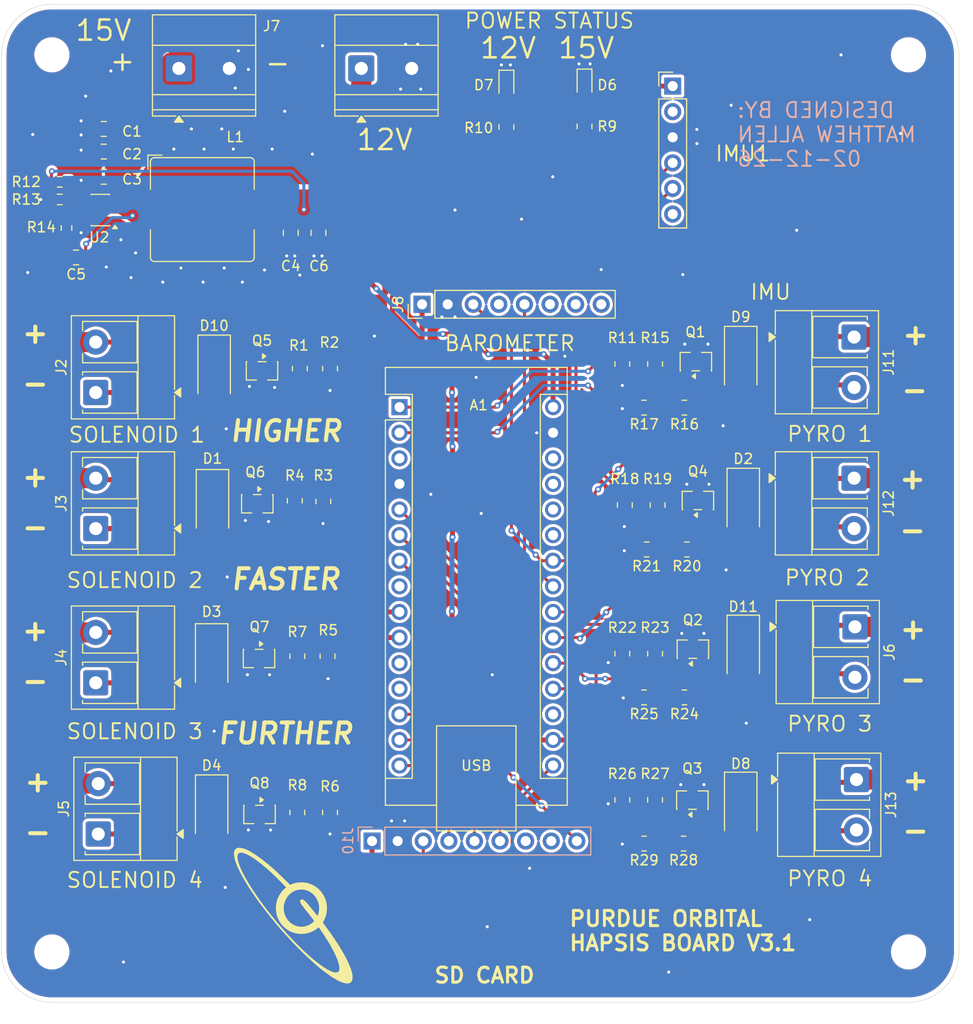
<source format=kicad_pcb>
(kicad_pcb (version 20241229) (generator "pcbnew") (generator_version "9.0")
  (layers (0 "F.Cu" signal) (2 "B.Cu" signal) (13 "F.Paste" user) (15 "B.Paste" user) (5 "F.SilkS" user "F.Silkscreen") (7 "B.SilkS" user "B.Silkscreen") (1 "F.Mask" user) (3 "B.Mask" user) (25 "Edge.Cuts" user))
  (net 0 "")
  (net 1 "GND")
  (net 2 "PYRO_3_CONTINUITY")
  (net 3 "PYRO_3")
  (net 4 "+12V")
  (net 5 "SOL_1")
  (net 6 "PYRO_1")
  (net 7 "RESET")
  (net 8 "+3.3V")
  (net 9 "CAN_TX")
  (net 11 "PYRO_2")
  (net 12 "A6")
  (net 13 "CAN_RX")
  (net 14 "PYRO_1_CONTINUITY")
  (net 15 "PYRO_2_CONTINUITY")
  (net 16 "A7")
  (net 18 "I2C_SCL")
  (net 19 "PYRO_4_CONTINUITY")
  (net 20 "I2C_SDA")
  (net 22 "SOL_2")
  (net 23 "+15V")
  (net 24 "Net-(D1-A)")
  (net 26 "Net-(D3-A)")
  (net 27 "Net-(D4-A)")
  (net 30 "Net-(Q1-G)")
  (net 31 "Net-(Q2-G)")
  (net 32 "Net-(Q3-G)")
  (net 33 "Net-(Q4-G)")
  (net 34 "Net-(D6-A)")
  (net 35 "Net-(D7-A)")
  (net 36 "Net-(U2-SW)")
  (net 37 "Net-(C5-Pad2)")
  (net 38 "Net-(U2-FB)")
  (net 39 "Net-(U2-BOOT)")
  (net 44 "SPI_CLK")
  (net 45 "SPI_SO")
  (net 48 "SPI_SI")
  (net 49 "SD_DET")
  (net 50 "SPI_CS")
  (net 51 "PYRO_4")
  (net 52 "D5")
  (net 53 "Net-(D2-A)")
  (net 54 "Net-(D8-A)")
  (net 55 "Net-(D9-A)")
  (net 56 "Net-(D10-A)")
  (net 57 "Net-(Q5-G)")
  (net 58 "Net-(Q6-G)")
  (net 59 "Net-(Q7-G)")
  (net 60 "Net-(Q8-G)")
  (net 61 "Net-(D11-A)")
  (footprint "Resistor_SMD:R_0603_1608Metric" (layer "F.Cu") (at 100 68.74 180)
    (property "Reference" "R13")
    (property "Value" "10k")
  )
  (footprint "MountingHole:MountingHole_3mm" (layer "F.Cu") (at 99.225 143.39)
    (property "Reference" "H3" (hide yes))
    (property "Value" "MountingHole")
  )
  (footprint "Resistor_SMD:R_0805_2012Metric" (layer "F.Cu") (at 123.825 85.5175 -90)
    (property "Reference" "R1")
    (property "Value" "150")
  )
  (footprint "Capacitor_SMD:C_0805_2012Metric" (layer "F.Cu") (at 125.675 72.04 -90)
    (property "Reference" "C6")
    (property "Value" "22uF")
  )
  (footprint "Resistor_SMD:R_0805_2012Metric" (layer "F.Cu") (at 158.2375 103.465 180)
    (property "Reference" "R21")
    (property "Value" "10k")
  )
  (footprint "Diode_SMD:D_MELF" (layer "F.Cu") (at 167.825 113.39 -90)
    (property "Reference" "D11")
    (property "Value" "SM4007")
  )
  (footprint "TerminalBlock_RND:TerminalBlock_RND_205-00276_1x02_P5.00mm_Vertical" (layer "F.Cu") (at 178.825 82.39 -90)
    (property "Reference" "J11")
    (property "Value" "Screw_Terminal_01x02")
  )
  (footprint "Resistor_SMD:R_0805_2012Metric" (layer "F.Cu") (at 123.575 114.0525 -90)
    (property "Reference" "R7")
    (property "Value" "150")
  )
  (footprint "Resistor_SMD:R_0805_2012Metric" (layer "F.Cu") (at 155.825 85.0525 -90)
    (property "Reference" "R11")
    (property "Value" "10k")
  )
  (footprint "TerminalBlock_RND:TerminalBlock_RND_205-00276_1x02_P5.00mm_Vertical" (layer "F.Cu") (at 103.575 116.69 90)
    (property "Reference" "J4")
    (property "Value" "Screw_Terminal_01x02")
  )
  (footprint "Resistor_SMD:R_0805_2012Metric" (layer "F.Cu") (at 159.075 113.8025 -90)
    (property "Reference" "R23")
    (property "Value" "150")
  )
  (footprint "Connector_PinHeader_2.54mm:PinHeader_1x08_P2.54mm_Vertical" (layer "F.Cu") (at 135.955 79.14 90)
    (property "Reference" "J8")
    (property "Value" "BARO")
  )
  (footprint "Package_TO_SOT_SMD:SOT-23-3" (layer "F.Cu") (at 162.825 113.3525 90)
    (property "Reference" "Q2")
    (property "Value" "NTR4501NT1G")
  )
  (footprint "Resistor_SMD:R_0805_2012Metric" (layer "F.Cu") (at 161.9875 89.39 180)
    (property "Reference" "R16")
    (property "Value" "47k")
  )
  (footprint "TerminalBlock_RND:TerminalBlock_RND_205-00276_1x02_P5.00mm_Vertical" (layer "F.Cu") (at 178.825 96.39 -90)
    (property "Reference" "J12")
    (property "Value" "Screw_Terminal_01x02")
  )
  (footprint "TerminalBlock_RND:TerminalBlock_RND_205-00276_1x02_P5.00mm_Vertical" (layer "F.Cu") (at 178.9075 111.14 -90)
    (property "Reference" "J6")
    (property "Value" "Screw_Terminal_01x02")
  )
  (footprint "MountingHole:MountingHole_3mm" (layer "F.Cu") (at 184.225 54.39)
    (property "Reference" "H2" (hide yes))
    (property "Value" "MountingHole")
  )
  (footprint "Package_TO_SOT_SMD:SOT-23-3" (layer "F.Cu") (at 163.325 98.6025 90)
    (property "Reference" "Q4")
    (property "Value" "NTR4501NT1G")
  )
  (footprint "Resistor_SMD:R_0805_2012Metric" (layer "F.Cu") (at 126.575 114.0525 -90)
    (property "Reference" "R5")
    (property "Value" "10k")
  )
  (footprint "Package_TO_SOT_SMD:SOT-23-6" (layer "F.Cu") (at 104.0375 69.79 180)
    (property "Reference" "U2")
    (property "Value" "TPS56339DDC")
  )
  (footprint "Diode_SMD:D_MELF" (layer "F.Cu") (at 115.075 114.24 -90)
    (property "Reference" "D3")
    (property "Value" "SM4007")
  )
  (footprint "TerminalBlock_Phoenix:TerminalBlock_Phoenix_MKDS-1,5-2_1x02_P5.00mm_Horizontal" (layer "F.Cu") (at 129.925 55.74)
    (property "Reference" "J1" (hide yes))
    (property "Value" "Screw_Terminal_01x02")
  )
  (footprint "Resistor_SMD:R_0603_1608Metric" (layer "F.Cu") (at 100.675 71.565 -90)
    (property "Reference" "R14")
    (property "Value" "30")
  )
  (footprint "LED_SMD:LED_0603_1608Metric" (layer "F.Cu") (at 152.075 57.29 -90)
    (property "Reference" "D6")
    (property "Value" "LED")
  )
  (footprint "Diode_SMD:D_MELF" (layer "F.Cu") (at 167.575 84.74 -90)
    (property "Reference" "D9")
    (property "Value" "SM4007")
  )
  (footprint "Resistor_SMD:R_0805_2012Metric" (layer "F.Cu") (at 155.825 128.3025 -90)
    (property "Reference" "R26")
    (property "Value" "10k")
  )
  (footprint "Resistor_SMD:R_0805_2012Metric" (layer "F.Cu") (at 156.075 99.0525 -90)
    (property "Reference" "R18")
    (property "Value" "10k")
  )
  (footprint "Resistor_SMD:R_0805_2012Metric" (layer "F.Cu") (at 159.075 85.0525 -90)
    (property "Reference" "R15")
    (property "Value" "150")
  )
  (footprint "Resistor_SMD:R_0805_2012Metric" (layer "F.Cu") (at 159.075 128.3025 -90)
    (property "Reference" "R27")
    (property "Value" "150")
  )
  (footprint "Package_TO_SOT_SMD:SOT-23-3" (layer "F.Cu") (at 163.125 84.8275 90)
    (property "Reference" "Q1")
    (property "Value" "NTR4501NT1G")
  )
  (footprint "Inductor_SMD:L_Bourns_SRP1038C_10.0x10.0mm" (layer "F.Cu") (at 114.15 69.74)
    (property "Reference" "L1")
    (property "Value" "10uH")
  )
  (footprint "Package_TO_SOT_SMD:SOT-23-3" (layer "F.Cu") (at 120.075 85.7425 -90)
    (property "Reference" "Q5")
    (property "Value" "NTR4501NT1G")
  )
  (footprint "Resistor_SMD:R_0805_2012Metric" (layer "F.Cu") (at 161.9875 118.14 180)
    (property "Reference" "R24")
    (property "Value" "47k")
  )
  (footprint "Resistor_SMD:R_0805_2012Metric" (layer "F.Cu") (at 144.325 61.5525 90)
    (property "Reference" "R10")
    (property "Value" "1k")
  )
  (footprint "Resistor_SMD:R_0805_2012Metric" (layer "F.Cu") (at 126.1575 98.7025 -90)
    (property "Reference" "R3")
    (property "Value" "10k")
  )
  (footprint "Resistor_SMD:R_0805_2012Metric" (layer "F.Cu") (at 152.075 61.49 90)
    (property "Reference" "R9")
    (property "Value" "1k")
  )
  (footprint "TerminalBlock_RND:TerminalBlock_RND_205-00276_1x02_P5.00mm_Vertical" (layer "F.Cu") (at 103.575 101.39 90)
    (property "Reference" "J3")
    (property "Value" "Screw_Terminal_01x02")
  )
  (footprint "Resistor_SMD:R_0805_2012Metric" (layer "F.Cu") (at 123.325 98.6275 -90)
    (property "Reference" "R4")
    (property "Value" "150")
  )
  (footprint "Resistor_SMD:R_0805_2012Metric" (layer "F.Cu") (at 155.825 113.8025 -90)
    (property "Reference" "R22")
    (property "Value" "10k")
  )
  (footprint "Diode_SMD:D_MELF" (layer "F.Cu") (at 115.325 85.605 -90)
    (property "Reference" "D10")
    (property "Value" "SM4007")
  )
  (footprint "Resistor_SMD:R_0805_2012Metric" (layer "F.Cu") (at 157.9875 118.14 180)
    (property "Reference" "R25")
    (property "Value" "10k")
  )
  (footprint "Capacitor_SMD:C_0805_2012Metric" (layer "F.Cu") (at 122.925 72.04 -90)
    (property "Reference" "C4")
    (property "Value" "22uF")
  )
  (footprint "TerminalBlock_RND:TerminalBlock_RND_205-00276_1x02_P5.00mm_Vertical" (layer "F.Cu") (at 179.0575 126.29 -90)
    (property "Reference" "J13")
    (property "Value" "Screw_Terminal_01x02")
  )
  (footprint "TerminalBlock_Phoenix:TerminalBlock_Phoenix_MKDS-1,5-2_1x02_P5.00mm_Horizontal" (layer "F.Cu") (at 111.825 55.74)
    (property "Reference" "J7")
    (property "Value" "Screw_Terminal_01x02")
  )
  (footprint "TerminalBlock_RND:TerminalBlock_RND_205-00276_1x02_P5.00mm_Vertical" (layer "F.Cu") (at 103.575 87.89 90)
    (property "Reference" "J2")
    (property "Value" "Screw_Terminal_01x02")
  )
  (footprint "MountingHole:MountingHole_3mm" (layer "F.Cu") (at 184.225 143.39)
    (property "Reference" "H4" (hide yes))
    (property "Value" "MountingHole")
  )
  (footprint "Resistor_SMD:R_0805_2012Metric" (layer "F.Cu") (at 159.325 99.0525 -90)
    (property "Reference" "R19")
    (property "Value" "150")
  )
  (footprint "LOGO" (layer "F.Cu") (at 123.325 139.79)
    (property "Reference" "G***" (hide yes))
    (property "Value" "LOGO" (hide yes))
  )
  (footprint "Resistor_SMD:R_0805_2012Metric" (layer "F.Cu") (at 126.825 129.5525 -90)
    (property "Reference" "R6")
    (property "Value" "10k")
  )
  (footprint "Connector_PinHeader_2.54mm:PinHeader_1x06_P2.54mm_Vertical" (layer "F.Cu") (at 160.825 57.49)
    (property "Reference" "IMU1")
    (property "Value" "Conn_01x06_Socket")
  )
  (footprint "Capacitor_SMD:C_0805_2012Metric" (layer "F.Cu") (at 104.375 66.49 180)
    (property "Reference" "C3")
    (property "Value" "100nF")
  )
  (footprint "Resistor_SMD:R_0805_2012Metric" (layer "F.Cu") (at 162.2375 103.465 180)
    (property "Reference" "R20")
    (property "Value" "47k")
  )
  (footprint "TerminalBlock_RND:TerminalBlock_RND_205-00276_1x02_P5.00mm_Vertical" (layer "F.Cu") (at 103.825 131.69 90)
    (property "Reference" "J5")
    (property "Value" "Screw_Terminal_01x02")
  )
  (footprint "Package_TO_SOT_SMD:SOT-23-3" (layer "F.Cu") (at 119.825 129.7525 -90)
    (property "Reference" "Q8")
    (property "Value" "NTR4501NT1G")
  )
  (footprint "MountingHole:MountingHole_3mm" (layer "F.Cu") (at 99.225 54.39)
    (property "Reference" "H1" (hide yes))
    (property "Value" "MountingHole")
  )
  (footprint "Capacitor_SMD:C_0805_2012Metric" (layer "F.Cu") (at 104.375 61.74 180)
    (property "Reference" "C1")
    (property "Value" "10uF")
  )
  (footprint "Diode_SMD:D_MELF" (layer "F.Cu") (at 115.075 129.24 -90)
    (property "Reference" "D4")
    (property "Value" "SM4007")
  )
  (footprint "Capacitor_SMD:C_0805_2012Metric" (layer "F.Cu") (at 104.375 63.99 180)
    (property "Reference" "C2")
    (property "Value" "10uF")
  )
  (footprint "Diode_SMD:D_MELF" (layer "F.Cu") (at 115.1575 98.94 -90)
    (property "Reference" "D1")
    (property "Value" "SM4007")
  )
  (footprint "Package_TO_SOT_SMD:SOT-23-3" (layer "F.Cu") (at 162.775 128.3275 90)
    (property "Reference" "Q3")
    (property "Value" "NTR4501NT1G")
  )
  (footprint "Diode_SMD:D_MELF" (layer "F.Cu") (at 167.575 128.965 -90)
    (property "Reference" "D8")
    (property "Value" "SM4007")
  )
  (footprint "Resistor_SMD:R_0603_1608Metric" (layer "F.Cu") (at 100 66.99)
    (property "Reference" "R12")
    (property "Value" "140k")
  )
  (footprint "Resistor_SMD:R_0805_2012Metric" (layer "F.Cu") (at 157.9875 89.39 180)
    (property "Reference" "R17")
    (property "Value" "10k")
  )
  (footprint "Diode_SMD:D_MELF" (layer "F.Cu") (at 167.825 98.815 -90)
    (property "Reference" "D2")
    (property "Value" "SM4007")
  )
  (footprint "Resistor_SMD:R_0805_2012Metric" (layer "F.Cu") (at 126.825 85.5175 -90)
    (property "Reference" "R2")
    (property "Value" "10k")
  )
  (footprint "Package_TO_SOT_SMD:SOT-23-3" (layer "F.Cu") (at 119.6075 98.9275 -90)
    (property "Reference" "Q6")
    (property "Value" "NTR4501NT1G")
  )
  (footprint "Resistor_SMD:R_0805_2012Metric" (layer "F.Cu") (at 123.575 129.5525 -90)
    (property "Reference" "R8")
    (property "Value" "150")
  )
  (footprint "Module:Arduino_Nano" (layer "F.Cu") (at 133.715 89.34)
    (property "Reference" "A1")
    (property "Value" "Arduino_Nano_ESP32")
  )
  (footprint "Package_TO_SOT_SMD:SOT-23-3" (layer "F.Cu") (at 119.775 114.2775 -90)
    (property "Reference" "Q7")
    (property "Value" "NTR4501NT1G")
  )
  (footprint "Resistor_SMD:R_0805_2012Metric" (layer "F.Cu") (at 161.9 132.64 180)
    (property "Reference" "R28")
    (property "Value" "47k")
  )
  (footprint "Resistor_SMD:R_0805_2012Metric" (layer "F.Cu") (at 157.9875 132.64 180)
    (property "Reference" "R29")
    (property "Value" "10k")
  )
  (footprint "LED_SMD:LED_0603_1608Metric" (layer "F.Cu") (at 144.325 57.4025 -90)
    (property "Reference" "D7")
    (property "Value" "LED")
  )
  (footprint "Capacitor_SMD:C_0805_2012Metric" (layer "F.Cu") (at 101.625 74.49 180)
    (property "Reference" "C5")
    (property "Value" "100nF")
  )
  (footprint "Connector_PinHeader_2.54mm:PinHeader_1x09_P2.54mm_Vertical" (layer "B.Cu") (at 130.995 132.39 -90)
    (property "Reference" "J10")
    (property "Value" "SD CARD")
  )
  (gr_arc (start 184.225 49.39) (mid 187.760534 50.854466) (end 189.225 54.39) (stroke (width 0.05)) (layer "Edge.Cuts"))
  (gr_line (start 184.225 148.39) (end 99.225 148.39) (stroke (width 0.05)) (layer "Edge.Cuts"))
  (gr_line (start 94.225 143.39) (end 94.225 54.39) (stroke (width 0.05)) (layer "Edge.Cuts"))
  (gr_line (start 189.225 54.39) (end 189.225 143.39) (stroke (width 0.05)) (layer "Edge.Cuts"))
  (gr_arc (start 94.225 54.39) (mid 95.689466 50.854466) (end 99.225 49.39) (stroke (width 0.05)) (layer "Edge.Cuts"))
  (gr_line (start 99.225 49.39) (end 184.225 49.39) (stroke (width 0.05)) (layer "Edge.Cuts"))
  (gr_arc (start 99.225 148.39) (mid 95.689466 146.925534) (end 94.225 143.39) (stroke (width 0.05)) (layer "Edge.Cuts"))
  (gr_arc (start 189.225 143.39) (mid 187.760534 146.925534) (end 184.225 148.39) (stroke (width 0.05)) (layer "Edge.Cuts"))
  (gr_text "-" (at 183.425 132.49 0) (layer "F.SilkS") (effects (font (size 2 2) (thickness 0.4) (bold yes)) (justify left bottom)))
  (gr_text "SOLENOID 4" (at 100.575 137.14 0) (layer "F.SilkS") (effects (font (size 1.5 1.5) (thickness 0.1875)) (justify left bottom)))
  (gr_text "+" (at 183.425 83.29 0) (layer "F.SilkS") (effects (font (size 2 2) (thickness 0.4) (bold yes)) (justify left bottom)))
  (gr_text "FASTER" (at 116.825 107.59 0) (layer "F.SilkS") (effects (font (size 2 2) (thickness 0.4) (bold yes) (italic yes)) (justify left bottom)))
  (gr_text "12V\n" (at 129.325 63.99 0) (layer "F.SilkS") (effects (font (size 2 2) (thickness 0.25)) (justify left bottom)))
  (gr_text "+" (at 96.325 127.64 0) (layer "F.SilkS") (effects (font (size 2 2) (thickness 0.4) (bold yes)) (justify left bottom)))
  (gr_text "FURTHER" (at 115.525 122.89 0) (layer "F.SilkS") (effects (font (size 2 2) (thickness 0.4) (bold yes) (italic yes)) (justify left bottom)))
  (gr_text "+" (at 183.125 97.59 0) (layer "F.SilkS") (effects (font (size 2 2) (thickness 0.4) (bold yes)) (justify left bottom)))
  (gr_text "SOLENOID 2\n" (at 100.575 107.39 0) (layer "F.SilkS") (effects (font (size 1.5 1.5) (thickness 0.1875)) (justify left bottom)))
  (gr_text "+" (at 96.075 97.39 0) (layer "F.SilkS") (effects (font (size 2 2) (thickness 0.4) (bold yes)) (justify left bottom)))
  (gr_text "POWER STATUS\n" (at 140.075 51.89 0) (layer "F.SilkS") (effects (font (size 1.5 1.5) (thickness 0.1875)) (justify left bottom)))
  (gr_text "SD CARD" (at 137.025 146.59 0) (layer "F.SilkS") (effects (font (size 1.5 1.5) (thickness 0.3) (bold yes)) (justify left bottom)))
  (gr_text "15V\n" (at 149.325 54.89 0) (layer "F.SilkS") (effects (font (size 2 2) (thickness 0.25)) (justify left bottom)))
  (gr_text "PURDUE ORBITAL\nHAPSIS BOARD V3.1" (at 150.425 143.39 0) (layer "F.SilkS") (effects (font (size 1.5 1.5) (thickness 0.3) (bold yes)) (justify left bottom)))
  (gr_text "PYRO 4" (at 172.075 136.99 0) (layer "F.SilkS") (effects (font (size 1.5 1.5) (thickness 0.1875)) (justify left bottom)))
  (gr_text "PYRO 2" (at 171.825 107.14 0) (layer "F.SilkS") (effects (font (size 1.5 1.5) (thickness 0.1875)) (justify left bottom)))
  (gr_text "-" (at 96.075 117.64 0) (layer "F.SilkS") (effects (font (size 2 2) (thickness 0.4) (bold yes)) (justify left bottom)))
  (gr_text "-" (at 120.225 56.34 0) (layer "F.SilkS") (effects (font (size 2 2) (thickness 0.25)) (justify left bottom)))
  (gr_text "-" (at 96.075 102.39 0) (layer "F.SilkS") (effects (font (size 2 2) (thickness 0.4) (bold yes)) (justify left bottom)))
  (gr_text "-" (at 96.325 132.64 0) (layer "F.SilkS") (effects (font (size 2 2) (thickness 0.4) (bold yes)) (justify left bottom)))
  (gr_text "+\n" (at 104.825 56.14 0) (layer "F.SilkS") (effects (font (size 2 2) (thickness 0.25)) (justify left bottom)))
  (gr_text "-" (at 183.125 102.69 0) (layer "F.SilkS") (effects (font (size 2 2) (thickness 0.4) (bold yes)) (justify left bottom)))
  (gr_text "-" (at 183.325 88.79 0) (layer "F.SilkS") (effects (font (size 2 2) (thickness 0.4) (bold yes)) (justify left bottom)))
  (gr_text "BAROMETER" (at 138.075 83.89 0) (layer "F.SilkS") (effects (font (size 1.5 1.5) (thickness 0.1875)) (justify left bottom)))
  (gr_text "IMU\n" (at 168.42 78.795 0) (layer "F.SilkS") (effects (font (size 1.5 1.5) (thickness 0.1875)) (justify left bottom)))
  (gr_text "12V\n" (at 141.575 54.89 0) (layer "F.SilkS") (effects (font (size 2 2) (thickness 0.25)) (justify left bottom)))
  (gr_text "+" (at 183.175 112.49 0) (layer "F.SilkS") (effects (font (size 2 2) (thickness 0.4) (bold yes)) (justify left bottom)))
  (gr_text "SOLENOID 3\n" (at 100.575 122.39 0) (layer "F.SilkS") (effects (font (size 1.5 1.5) (thickness 0.1875)) (justify left bottom)))
  (gr_text "SOLENOID 1\n" (at 100.7798 92.9682 0) (layer "F.SilkS") (effects (font (size 1.5 1.5) (thickness 0.1875)) (justify left bottom)))
  (gr_text "HIGHER" (at 116.725 92.89 0) (layer "F.SilkS") (effects (font (size 2 2) (thickness 0.4) (bold yes) (italic yes)) (justify left bottom)))
  (gr_text "15V\n" (at 101.425 53.14 0) (layer "F.SilkS") (effects (font (size 2 2) (thickness 0.25)) (justify left bottom)))
  (gr_text "+" (at 96.075 112.64 0) (layer "F.SilkS") (effects (font (size 2 2) (thickness 0.4) (bold yes)) (justify left bottom)))
  (gr_text "+" (at 183.425 127.49 0) (layer "F.SilkS") (effects (font (size 2 2) (thickness 0.4) (bold yes)) (justify left bottom)))
  (gr_text "-" (at 183.175 117.49 0) (layer "F.SilkS") (effects (font (size 2 2) (thickness 0.4) (bold yes)) (justify left bottom)))
  (gr_text "-" (at 96.075 88.14 0) (layer "F.SilkS") (effects (font (size 2 2) (thickness 0.4) (bold yes)) (justify left bottom)))
  (gr_text "PYRO 1\n" (at 172.075 92.89 0) (layer "F.SilkS") (effects (font (size 1.5 1.5) (thickness 0.1875)) (justify left bottom)))
  (gr_text "+" (at 96.075 83.14 0) (layer "F.SilkS") (effects (font (size 2 2) (thickness 0.4) (bold yes)) (justify left bottom)))
  (gr_text "PYRO 3" (at 172.075 121.64 0) (layer "F.SilkS") (effects (font (size 1.5 1.5) (thickness 0.1875)) (justify left bottom)))
  (gr_text "DESIGNED BY:\nMATTHEW ALLEN\n02-12-26" (at 167.125 65.59 0) (layer "B.SilkS") (effects (font (size 1.5 1.5) (thickness 0.1875)) (justify right bottom mirror)))
  (segment (start 99.175 68.74) (end 98.125 68.74) (width 0.3) (layer "F.Cu") (net 1))
  (via (at 148.925 66.49) (size 0.6) (drill 0.3) (layers "F.Cu" "B.Cu") (net 1))
  (via (at 117.225 63.74) (size 0.6) (drill 0.3) (layers "F.Cu" "B.Cu") (net 1))
  (via (at 164.325 83.09) (size 0.6) (drill 0.3) (layers "F.Cu" "B.Cu") (net 1))
  (via (at 102.125 66.84) (size 0.6) (drill 0.3) (layers "F.Cu" "B.Cu") (net 1))
  (via (at 97.325 62.29) (size 0.6) (drill 0.3) (layers "F.Cu" "B.Cu") (net 1))
  (via (at 126.825 131.69) (size 0.6) (drill 0.3) (layers "F.Cu" "B.Cu") (net 1))
  (via (at 110.225 76.94) (size 0.6) (drill 0.3) (layers "F.Cu" "B.Cu") (net 1))
  (via (at 98.125 68.74) (size 0.6) (drill 0.3) (layers "F.Cu" "B.Cu") (net 1))
  (via (at 166.625 59.39) (size 0.6) (drill 0.3) (layers "F.Cu" "B.Cu") (net 1))
  (via (at 117.425 57.69) (size 0.6) (drill 0.3) (layers "F.Cu" "B.Cu") (net 1))
  (via (at 104.625 75.44) (size 0.6) (drill 0.3) (layers "F.Cu" "B.Cu") (net 1))
  (via (at 118.425 100.59) (size 0.6) (drill 0.3) (layers "F.Cu" "B.Cu") (net 1))
  (via (at 136.825 97.99) (size 0.6) (drill 0.3) (layers "F.Cu" "B.Cu") (net 1))
  (via (at 163.925 126.79) (size 0.6) (drill 0.3) (layers "F.Cu" "B.Cu") (net 1))
  (via (at 102.125 63.84) (size 0.6) (drill 0.3) (layers "F.Cu" "B.Cu") (net 1))
  (via (at 118.125 76.94) (size 0.6) (drill 0.3) (layers "F.Cu" "B.Cu") (net 1))
  (via (at 143.825 55.39) (size 0.6) (drill 0.3) (layers "F.Cu" "B.Cu") (net 1))
  (via (at 160.425 145.39) (size 0.6) (drill 0.3) (layers "F.Cu" "B.Cu") (net 1))
  (via (at 125.225 74.34) (size 0.6) (drill 0.3) (layers "F.Cu" "B.Cu") (net 1))
  (via (at 177.525 54.39) (size 0.6) (drill 0.3) (layers "F.Cu" "B.Cu") (net 1))
  (via (at 106.075 72.74) (size 0.6) (drill 0.3) (layers "F.Cu" "B.Cu") (net 1))
  (via (at 126.625 116.29) (size 0.6) (drill 0.3) (layers "F.Cu" "B.Cu") (net 1))
  (via (at 163.225 61.79) (size 0.6) (drill 0.3) (layers "F.Cu" "B.Cu") (net 1))
  (via (at 139.225 69.79) (size 0.6) (drill 0.3) (layers "F.Cu" "B.Cu") (net 1))
  (via (at 164.425 96.99) (size 0.6) (drill 0.3) (layers "F.Cu" "B.Cu") (net 1))
  (via (at 120.725 100.69) (size 0.6) (drill 0.3) (layers "F.Cu" "B.Cu") (net 1))
  (via (at 116.525 91.49) (size 0.6) (drill 0.3) (layers "F.Cu" "B.Cu") (net 1))
  (via (at 155.925 118.19) (size 0.6) (drill 0.3) (layers "F.Cu" "B.Cu") (net 1))
  (via (at 154.425 128.69) (size 0.6) (drill 0.3) (layers "F.Cu" "B.Cu") (net 1))
  (via (at 107.525 74.04) (size 0.6) (drill 0.3) (layers "F.Cu" "B.Cu") (net 1))
  (via (at 118.825 87.29) (size 0.6) (drill 0.3) (layers "F.Cu" "B.Cu") (net 1))
  (via (at 123.325 74.34) (size 0.6) (drill 0.3) (layers "F.Cu" "B.Cu") (net 1))
  (via (at 155.825 132.69) (size 0.6) (drill 0.3) (layers "F.Cu" "B.Cu") (net 1))
  (via (at 116.625 106.19) (size 0.6) (drill 0.3) (layers "F.Cu" "B.Cu") (net 1))
  (via (at 120.325 75.74) (size 0.6) (drill 0.3) (layers "F.Cu" "B.Cu") (net 1))
  (via (at 111.325 63.74) (size 0.6) (drill 0.3) (layers "F.Cu" "B.Cu") (net 1))
  (via (at 115.325 121.49) (size 0.6) (drill 0.3) (layers "F.Cu" "B.Cu") (net 1))
  (via (at 126.825 87.69) (size 0.6) (drill 0.3) (layers "F.Cu" "B.Cu") (net 1))
  (via (at 102.125 62.34) (size 0.6) (drill 0.3) (layers "F.Cu" "B.Cu") (net 1))
  (via (at 117.725 53.99) (size 0.6) (drill 0.3) (layers "F.Cu" "B.Cu") (net 1))
  (via (at 118.725 131.29) (size 0.6) (drill 0.3) (layers "F.Cu" "B.Cu") (net 1))
  (via (at 126.075 53.49) (size 0.6) (drill 0.3) (layers "F.Cu" "B.Cu") (net 1))
  (via (at 114.325 63.74) (size 0.6) (drill 0.3) (layers "F.Cu" "B.Cu") (net 1))
  (via (at 156.025 103.59) (size 0.6) (drill 0.3) (layers "F.Cu" "B.Cu") (net 1))
  (via (at 161.725 111.79) (size 0.6) (drill 0.3) (layers "F.Cu" "B.Cu") (net 1))
  (via (at 120.825 115.89) (size 0.6) (drill 0.3) (layers "F.Cu" "B.Cu") (net 1))
  (via (at 145.825 70.69) (size 0.6) (drill 0.3) (layers "F.Cu" "B.Cu") (net 1))
  (via (at 141.825 99.89) (size 0.6) (drill 0.3) (layers "F.Cu" "B.Cu") (net 1))
  (via (at 151.525 55.29) (size 0.6) (drill 0.3) (layers "F.Cu" "B.Cu") (net 1))
  (via (at 135.525 53.34) (size 0.6) (drill 0.3) (layers "F.Cu" "B.Cu") (net 1))
  (via (at 116.425 136.99) (size 0.6) (drill 0.3) (layers "F.Cu" "B.Cu") (net 1))
  (via (at 114.225 76.94) (size 0.6) (drill 0.3) (layers "F.Cu" "B.Cu") (net 1))
  (via (at 168.125 120.69) (size 0.6) (drill 0.3) (layers "F.Cu" "B.Cu") (net 1))
  (via (at 118.725 55.84) (size 0.6) (drill 0.3) (layers "F.Cu" "B.Cu") (net 1))
  (via (at 144.725 55.39) (size 0.6) (drill 0.3) (layers "F.Cu" "B.Cu") (net 1))
  (via (at 122.325 59.99) (size 0.6) (drill 0.3) (layers "F.Cu" "B.Cu") (net 1))
  (via (at 133.825 57.79) (size 0.6) (drill 0.3) (layers "F.Cu" "B.Cu") (net 1))
  (via (at 105.075 55.99) (size 0.6) (drill 0.3) (layers "F.Cu" "B.Cu") (net 1))
  (via (at 102.125 60.94) (size 0.6) (drill 0.3) (layers "F.Cu" "B.Cu") (net 1))
  (via (at 154.425 114.69) (size 0.6) (drill 0.3) (layers "F.Cu" "B.Cu") (net 1))
  (via (at 118.625 115.89) (size 0.6) (drill 0.3) (layers "F.Cu" "B.Cu") (net 1))
  (via (at 132.925 130.39) (size 0.6) (drill 0.3) (layers "F.Cu" "B.Cu") (net 1))
  (via (at 112.025 75.54) (size 0.6) (drill 0.3) (layers "F.Cu" "B.Cu") (net 1))
  (via (at 113.075 61.74) (size 0.6) (drill 0.3) (layers "F.Cu" "B.Cu") (net 1))
  (via (at 121.075 63.74) (size 0.6) (drill 0.3) (layers "F.Cu" "B.Cu") (net 1))
  (via (at 183.425 62.19) (size 0.6) (drill 0.3) (layers "F.Cu" "B.Cu") (net 1))
  (via (at 123.825 76.24) (size 0.6) (drill 0.3) (layers "F.Cu" "B.Cu") (net 1))
  (via (at 147.325 91.89) (size 0.6) (drill 0.3) (layers "F.Cu" "B.Cu") (net 1))
  (via (at 155.825 89.49) (size 0.6) (drill 0.3) (layers "F.Cu" "B.Cu") (net 1))
  (via (at 141.325 86.39) (size 0.6) (drill 0.3) (layers "F.Cu" "B.Cu") (net 1))
  (via (at 122.525 74.34) (size 0.6) (drill 0.3) (layers "F.Cu" "B.Cu") (net 1))
  (via (at 173.125 71.79) (size 0.6) (drill 0.3) (layers "F.Cu" "B.Cu") (net 1))
  (via (at 96.825 75.99) (size 0.6) (drill 0.3) (layers "F.Cu" "B.Cu") (net 1))
  (via (at 156.025 101.19) (size 0.6) (drill 0.3) (layers "F.Cu" "B.Cu") (net 1))
  (via (at 142.425 140.89) (size 0.6) (drill 0.3) (layers "F.Cu" "B.Cu") (net 1))
  (via (at 102.125 72.04) (size 0.6) (drill 0.3) (layers "F.Cu" "B.Cu") (net 1))
  (via (at 162.025 83.09) (size 0.6) (drill 0.3) (layers "F.Cu" "B.Cu") (net 1))
  (via (at 134.225 130.39) (size 0.6) (drill 0.3) (layers "F.Cu" "B.Cu") (net 1))
  (via (at 126.125 100.89) (size 0.6) (drill 0.3) (layers "F.Cu" "B.Cu") (net 1))
  (via (at 120.925 131.29) (size 0.6) (drill 0.3) (layers "F.Cu" "B.Cu") (net 1))
  (via (at 162.225 96.99) (size 0.6) (drill 0.3) (layers "F.Cu" "B.Cu") (net 1))
  (via (at 161.625 126.79) (size 0.6) (drill 0.3) (layers "F.Cu" "B.Cu") (net 1))
  (via (at 121.325 87.39) (size 0.6) (drill 0.3) (layers "F.Cu" "B.Cu") (net 1))
  (via (at 146.625 135.09) (size 0.6) (drill 0.3) (layers "F.Cu" "B.Cu") (net 1))
  (via (at 116.075 61.74) (size 0.6) (drill 0.3) (layers "F.Cu" "B.Cu") (net 1))
  (via (at 166.125 105.49) (size 0.6) (drill 0.3) (layers "F.Cu" "B.Cu") (net 1))
  (via (at 125.075 64.24) (size 0.6) (drill 0.3) (layers "F.Cu" "B.Cu") (net 1))
  (via (at 152.625 55.29) (size 0.6) (drill 0.3) (layers "F.Cu" "B.Cu") (net 1))
  (via (at 163.225 63.19) (size 0.6) (drill 0.3) (layers "F.Cu" "B.Cu") (net 1))
  (via (at 131.225 82.29) (size 0.6) (drill 0.3) (layers "F.Cu" "B.Cu") (net 1))
  (via (at 102.575 58.49) (size 0.6) (drill 0.3) (layers "F.Cu" "B.Cu") (net 1))
  (via (at 161.825 76.19) (size 0.6) (drill 0.3) (layers "F.Cu" "B.Cu") (net 1))
  (via (at 116.325 75.54) (size 0.6) (drill 0.3) (layers "F.Cu" "B.Cu") (net 1))
  (via (at 163.925 111.79) (size 0.6) (drill 0.3) (layers "F.Cu" "B.Cu") (net 1))
  (via (at 126.025 74.34) (size 0.6) (drill 0.3) (layers "F.Cu" "B.Cu") (net 1))
  (via (at 137.925 80.39) (size 0.6) (drill 0.3) (layers "F.Cu" "B.Cu") (net 1))
  (via (at 174.425 140.19) (size 0.6) (drill 0.3) (layers "F.Cu" "B.Cu") (net 1))
  (via (at 155.825 87.19) (size 0.6) (drill 0.3) (layers "F.Cu" "B.Cu") (net 1))
  (via (at 142.925 115.89) (size 0.6) (drill 0.3) (layers "F.Cu" "B.Cu") (net 1))
  (via (at 106.325 144.39) (size 0.6) (drill 0.3) (layers "F.Cu" "B.Cu") (net 1))
  (via (at 135.825 57.79) (size 0.6) (drill 0.3) (layers "F.Cu" "B.Cu") (net 1))
  (via (at 150.125 84.29) (size 0.6) (drill 0.3) (layers "F.Cu" "B.Cu") (net 1))
  (via (at 107.075 76.49) (size 0.6) (drill 0.3) (layers "F.Cu" "B.Cu") (net 1))
  (via (at 139.225 80.39) (size 0.6) (drill 0.3) (layers "F.Cu" "B.Cu") (net 1))
  (via (at 165.825 91.19) (size 0.6) (drill 0.3) (layers "F.Cu" "B.Cu") (net 1))
  (via (at 134.325 53.34) (size 0.6) (drill 0.3) (layers "F.Cu" "B.Cu") (net 1))
  (via (at 153.725 75.69) (size 0.6) (drill 0.3) (layers "F.Cu" "B.Cu") (net 1))
  (segment (start 158.9 116.965) (end 158.9 118.14) (width 0.3) (layer "F.Cu") (net 2))
  (segment (start 154.125 116.29) (end 158.225 116.29) (width 0.3) (layer "F.Cu") (net 2))
  (segment (start 152.125 116.19) (end 152.125 116.29) (width 0.3) (layer "F.Cu") (net 2))
  (segment (start 148.955 114.74) (end 150.675 114.74) (width 0.3) (layer "F.Cu") (net 2))
  (segment (start 150.725 114.79) (end 152.125 116.19) (width 0.3) (layer "F.Cu") (net 2))
  (segment (start 158.225 116.29) (end 158.9 116.965) (width 0.3) (layer "F.Cu") (net 2))
  (segment (start 150.675 114.74) (end 150.725 114.79) (width 0.3) (layer "F.Cu") (net 2))
  (segment (start 158.9 118.14) (end 161.075 118.14) (width 0.5) (layer "F.Cu") (net 2))
  (via (at 154.125 116.29) (size 0.6) (drill 0.3) (layers "F.Cu" "B.Cu") (net 2))
  (via (at 152.125 116.29) (size 0.6) (drill 0.3) (layers "F.Cu" "B.Cu") (net 2))
  (segment (start 154.125 116.29) (end 152.125 116.29) (width 0.3) (layer "B.Cu") (net 2))
  (segment (start 145.105 110.89) (end 153.825 110.89) (width 0.3) (layer "F.Cu") (net 3))
  (segment (start 153.825 110.89) (end 155.825 112.89) (width 0.3) (layer "F.Cu") (net 3))
  (segment (start 155.825 112.89) (end 159.075 112.89) (width 0.5) (layer "F.Cu") (net 3))
  (segment (start 133.715 99.5) (end 145.105 110.89) (width 0.3) (layer "F.Cu") (net 3))
  (segment (start 148.955 85.02) (end 148.025 84.09) (width 0.5) (layer "F.Cu") (net 4))
  (segment (start 129.925 76.09) (end 129.925 75.89) (width 0.5) (layer "F.Cu") (net 4))
  (segment (start 103.575 111.69) (end 114.925 111.69) (width 0.5) (layer "F.Cu") (net 4))
  (segment (start 99.425 79.19) (end 97.525 81.09) (width 2) (layer "F.Cu") (net 4))
  (segment (start 114.925 111.69) (end 115.075 111.84) (width 0.5) (layer "F.Cu") (net 4))
  (segment (start 129.925 75.89) (end 126.625 79.19) (width 2) (layer "F.Cu") (net 4))
  (segment (start 97.525 111.59) (end 99.025 111.59) (width 2) (layer "F.Cu") (net 4))
  (segment (start 148.955 89.34) (end 148.955 85.02) (width 0.5) (layer "F.Cu") (net 4))
  (segment (start 130.25 62.465) (end 129.925 62.79) (width 0.5) (layer "F.Cu") (net 4))
  (segment (start 103.575 82.89) (end 115.01 82.89) (width 0.5) (layer "F.Cu") (net 4))
  (segment (start 103.775 96.54) (end 115.1575 96.54) (width 0.5) (layer "F.Cu") (net 4))
  (segment (start 126.625 79.19) (end 99.425 79.19) (width 2) (layer "F.Cu") (net 4))
  (segment (start 131.425 77.59) (end 129.925 76.09) (width 0.5) (layer "F.Cu") (net 4))
  (segment (start 97.525 82.79) (end 99.325 82.79) (width 2) (layer "F.Cu") (net 4))
  (segment (start 99.175 66.99) (end 99.175 65.99) (width 0.3) (layer "F.Cu") (net 4))
  (segment (start 97.525 96.09) (end 97.825 96.39) (width 2) (layer "F.Cu") (net 4))
  (segment (start 114.925 126.69) (end 115.075 126.84) (width 0.5) (layer "F.Cu") (net 4))
  (segment (start 99.125 111.69) (end 103.575 111.69) (width 2) (layer "F.Cu") (net 4))
  (segment (start 97.825 96.39) (end 103.575 96.39) (width 2) (layer "F.Cu") (net 4))
  (segment (start 103.625 96.39) (end 103.775 96.54) (width 0.5) (layer "F.Cu") (net 4))
  (segment (start 97.525 96.09) (end 97.525 111.59) (width 2) (layer "F.Cu") (net 4))
  (segment (start 140.525 82.09) (end 138.025 82.09) (width 0.5) (layer "F.Cu") (net 4))
  (segment (start 103.575 96.39) (end 103.625 96.39) (width 0.5) (layer "F.Cu") (net 4))
  (segment (start 99.325 82.79) (end 99.425 82.89) (width 2) (layer "F.Cu") (net 4))
  (segment (start 99.175 65.99) (end 99.225 65.94) (width 0.3) (layer "F.Cu") (net 4))
  (segment (start 129.925 68.74) (end 129.625 69.04) (width 2) (layer "F.Cu") (net 4))
  (segment (start 129.925 55.74) (end 129.925 62.79) (width 2) (layer "F.Cu") (net 4))
  (segment (start 99.025 111.59) (end 99.125 111.69) (width 2) (layer "F.Cu") (net 4))
  (segment (start 97.525 81.09) (end 97.525 82.79) (width 2) (layer "F.Cu") (net 4))
  (segment (start 129.925 62.79) (end 129.925 68.74) (width 2) (layer "F.Cu") (net 4))
  (segment (start 142.525 84.09) (end 140.525 82.09) (width 0.5) (layer "F.Cu") (net 4))
  (segment (start 97.525 82.79) (end 97.525 96.09) (width 2) (layer "F.Cu") (net 4))
  (segment (start 97.525 111.59) (end 97.525 126.69) (width 2) (layer "F.Cu") (net 4))
  (segment (start 144.325 62.465) (end 130.25 62.465) (width 0.5) (layer "F.Cu") (net 4))
  (segment (start 97.525 126.69) (end 103.825 126.69) (width 2) (layer "F.Cu") (net 4))
  (segment (start 103.825 126.69) (end 114.925 126.69) (width 0.5) (layer "F.Cu") (net 4))
  (segment (start 99.425 82.89) (end 103.575 82.89) (width 2) (layer "F.Cu") (net 4))
  (segment (start 115.01 82.89) (end 115.325 83.205) (width 0.5) (layer "F.Cu") (net 4))
  (segment (start 129.625 69.04) (end 126.025 69.04) (width 2) (layer "F.Cu") (net 4))
  (segment (start 129.925 68.74) (end 129.925 75.89) (width 2) (layer "F.Cu") (net 4))
  (via (at 124.225 69.74) (size 0.6) (drill 0.3) (layers "F.Cu" "B.Cu") (net 4))
  (via (at 99.225 65.94) (size 0.6) (drill 0.3) (layers "F.Cu" "B.Cu") (net 4))
  (via (at 131.425 77.59) (size 0.6) (drill 0.3) (layers "F.Cu" "B.Cu") (net 4))
  (via (at 148.025 84.09) (size 0.6) (drill 0.3) (layers "F.Cu" "B.Cu") (net 4))
  (via (at 138.025 82.09) (size 0.6) (drill 0.3) (layers "F.Cu" "B.Cu") (net 4))
  (via (at 142.525 84.09) (size 0.6) (drill 0.3) (layers "F.Cu" "B.Cu") (net 4))
  (segment (start 135.925 82.09) (end 131.425 77.59) (width 0.5) (layer "B.Cu") (net 4))
  (segment (start 123.025 65.94) (end 124.225 67.14) (width 0.3) (layer "B.Cu") (net 4))
  (segment (start 99.225 65.94) (end 123.025 65.94) (width 0.3) (layer "B.Cu") (net 4))
  (segment (start 138.025 82.09) (end 135.925 82.09) (width 0.5) (layer "B.Cu") (net 4))
  (segment (start 148.025 84.09) (end 142.525 84.09) (width 0.5) (layer "B.Cu") (net 4))
  (segment (start 124.225 69.74) (end 124.225 69.84) (width 0.3) (layer "B.Cu") (net 4))
  (segment (start 124.225 67.14) (end 124.225 69.74) (width 0.3) (layer "B.Cu") (net 4))
  (segment (start 128.225 97.79) (end 129.825 99.39) (width 0.5) (layer "F.Cu") (net 5))
  (segment (start 123.825 84.605) (end 126.825 84.605) (width 0.5) (layer "F.Cu") (net 5))
  (segment (start 129.825 99.39) (end 129.825 108.39) (width 0.5) (layer "F.Cu") (net 5))
  (segment (start 129.825 108.39) (end 131.095 109.66) (width 0.5) (layer "F.Cu") (net 5))
  (segment (start 126.1575 97.79) (end 128.225 97.79) (width 0.5) (layer "F.Cu") (net 5))
  (segment (start 128.54 84.605) (end 126.825 84.605) (width 0.5) (layer "F.Cu") (net 5))
  (segment (start 129.825 99.39) (end 129.825 85.89) (width 0.5) (layer "F.Cu") (net 5))
  (segment (start 133.715 109.66) (end 131.095 109.66) (width 0.5) (layer "F.Cu") (net 5))
  (segment (start 123.325 97.715) (end 126.0825 97.715) (width 0.5) (layer "F.Cu") (net 5))
  (segment (start 129.825 85.89) (end 128.54 84.605) (width 0.5) (layer "F.Cu") (net 5))
  (segment (start 126.0825 97.715) (end 126.1575 97.79) (width 0.5) (layer "F.Cu") (net 5))
  (segment (start 155.825 84.14) (end 159.075 84.14) (width 0.5) (layer "F.Cu") (net 6))
  (segment (start 152.425 85.79) (end 154.075 84.14) (width 0.3) (layer "F.Cu") (net 6))
  (segment (start 143.275 89.34) (end 143.425 89.19) (width 0.3) (layer "F.Cu") (net 6))
  (segment (start 133.715 89.34) (end 143.275 89.34) (width 0.3) (layer "F.Cu") (net 6))
  (segment (start 154.075 84.14) (end 155.825 84.14) (width 0.3) (layer "F.Cu") (net 6))
  (via (at 143.425 89.19) (size 0.6) (drill 0.3) (layers "F.Cu" "B.Cu") (net 6))
  (via (at 152.425 85.79) (size 0.6) (drill 0.3) (layers "F.Cu" "B.Cu") (net 6))
  (segment (start 143.425 89.19) (end 146.825 85.79) (width 0.3) (layer "B.Cu") (net 6))
  (segment (start 146.825 85.79) (end 152.425 85.79) (width 0.3) (layer "B.Cu") (net 6))
  (segment (start 130.995 135.06) (end 130.995 132.39) (width 0.5) (layer "F.Cu") (net 8))
  (segment (start 153.825 134.99) (end 152.225 136.59) (width 0.5) (layer "F.Cu") (net 8))
  (segment (start 157.325 64.69) (end 157.325 59.39) (width 0.5) (layer "F.Cu") (net 8))
  (segment (start 159.225 57.49) (end 160.825 57.49) (width 0.5) (layer "F.Cu") (net 8))
  (segment (start 138.925 115.74) (end 138.925 109.59) (width 0.5) (layer "F.Cu") (net 8))
  (segment (start 150.395 122.36) (end 151.525 123.49) (width 0.5) (layer "F.Cu") (net 8))
  (segment (start 138.925 87.89) (end 138.925 85.89) (width 0.5) (layer "F.Cu") (net 8))
  (segment (start 151.525 123.49) (end 151.525 128.49) (width 0.5) (layer "F.Cu") (net 8))
  (segment (start 148.955 122.36) (end 150.395 122.36) (width 0.5) (layer "F.Cu") (net 8))
  (segment (start 138.975 93.24) (end 138.975 102.24) (width 0.5) (layer "F.Cu") (net 8))
  (segment (start 153.825 72.59) (end 153.825 68.19) (width 0.5) (layer "F.Cu") (net 8))
  (segment (start 138.925 85.89) (end 135.955 82.92) (width 0.5) (layer "F.Cu") (net 8))
  (segment (start 134.725 76.69) (end 149.725 76.69) (width 0.5) (layer "F.Cu") (net 8))
  (segment (start 153.825 130.79) (end 153.825 134.99) (width 0.5) (layer "F.Cu") (net 8))
  (segment (start 135.955 82.92) (end 133.025 79.99) (width 0.5) (layer "F.Cu") (net 8))
  (segment (start 132.525 136.59) (end 130.995 135.06) (width 0.5) (layer "F.Cu") (net 8))
  (segment (start 149.725 76.69) (end 153.825 72.59) (width 0.5) (layer "F.Cu") (net 8))
  (segment (start 135.955 82.92) (end 135.955 79.14) (width 0.5) (layer "F.Cu") (net 8))
  (segment (start 153.825 68.19) (end 157.325 64.69) (width 0.5) (layer "F.Cu") (net 8))
  (segment (start 133.025 79.99) (end 133.025 78.39) (width 0.5) (layer "F.Cu") (net 8))
  (segment (start 145.545 122.36) (end 138.925 115.74) (width 0.5) (layer "F.Cu") (net 8))
  (segment (start 151.525 128.49) (end 153.825 130.79) (width 0.5) (layer "F.Cu") (net 8))
  (segment (start 133.025 78.39) (end 134.725 76.69) (width 0.5) (layer "F.Cu") (net 8))
  (segment (start 152.225 136.59) (end 132.525 136.59) (width 0.5) (layer "F.Cu") (net 8))
  (segment (start 148.955 122.36) (end 145.545 122.36) (width 0.5) (layer "F.Cu") (net 8))
  (segment (start 157.325 59.39) (end 159.225 57.49) (width 0.5) (layer "F.Cu") (net 8))
  (via (at 138.975 102.24) (size 0.6) (drill 0.3) (layers "F.Cu" "B.Cu") (net 8))
  (via (at 138.975 93.24) (size 0.6) (drill 0.3) (layers "F.Cu" "B.Cu") (net 8))
  (via (at 138.925 109.59) (size 0.6) (drill 0.3) (layers "F.Cu" "B.Cu") (net 8))
  (via (at 138.925 87.89) (size 0.6) (drill 0.3) (layers "F.Cu" "B.Cu") (net 8))
  (segment (start 138.925 109.59) (end 138.925 102.29) (width 0.5) (layer "B.Cu") (net 8))
  (segment (start 138.925 102.29) (end 138.975 102.24) (width 0.5) (layer "B.Cu") (net 8))
  (segment (start 138.925 93.19) (end 138.925 87.89) (width 0.5) (layer "B.Cu") (net 8))
  (segment (start 138.975 93.24) (end 138.925 93.19) (width 0.5) (layer "B.Cu") (net 8))
  (segment (start 154.025 88.79) (end 154.025 96.09) (width 0.3) (layer "F.Cu") (net 11))
  (segment (start 143.335 91.88) (end 143.425 91.79) (width 0.3) (layer "F.Cu") (net 11))
  (segment (start 154.025 96.09) (end 156.075 98.14) (width 0.3) (layer "F.Cu") (net 11))
  (segment (start 133.715 91.88) (end 143.335 91.88) (width 0.3) (layer "F.Cu") (net 11))
  (segment (start 156.075 98.14) (end 159.325 98.14) (width 0.5) (layer "F.Cu") (net 11))
  (segment (start 152.425 87.19) (end 154.025 88.79) (width 0.3) (layer "F.Cu") (net 11))
  (via (at 143.425 91.79) (size 0.6) (drill 0.3) (layers "F.Cu" "B.Cu") (net 11))
  (via (at 152.425 87.19) (size 0.6) (drill 0.3) (layers "F.Cu" "B.Cu") (net 11))
  (segment (start 152.425 87.19) (end 148.025 87.19) (width 0.3) (layer "B.Cu") (net 11))
  (segment (start 148.025 87.19) (end 143.425 91.79) (width 0.3) (layer "B.Cu") (net 11))
  (segment (start 158.9 92.015) (end 158.9 89.39) (width 0.3) (layer "F.Cu") (net 14))
  (segment (start 158.9 89.39) (end 161.075 89.39) (width 0.5) (layer "F.Cu") (net 14))
  (segment (start 150.555 109.66) (end 153.125 107.09) (width 0.3) (layer "F.Cu") (net 14))
  (segment (start 155.425 95.49) (end 158.9 92.015) (width 0.3) (layer "F.Cu") (net 14))
  (segment (start 148.955 109.66) (end 150.555 109.66) (width 0.3) (layer "F.Cu") (net 14))
  (segment (start 153.125 97.79) (end 153.425 97.49) (width 0.3) (layer "F.Cu") (net 14))
  (segment (start 153.125 107.09) (end 153.125 97.79) (width 0.3) (layer "F.Cu") (net 14))
  (via (at 155.425 95.49) (size 0.6) (drill 0.3) (layers "F.Cu" "B.Cu") (net 14))
  (via (at 153.425 97.49) (size 0.6) (drill 0.3) (layers "F.Cu" "B.Cu") (net 14))
  (segment (start 153.425 97.49) (end 155.425 95.49) (width 0.3) (layer "B.Cu") (net 14))
  (segment (start 148.955 112.2) (end 151.535 112.2) (width 0.3) (layer "F.Cu") (net 15))
  (segment (start 151.535 112.2) (end 151.625 112.29) (width 0.3) (layer "F.Cu") (net 15))
  (segment (start 159.15 103.465) (end 161.325 103.465) (width 0.5) (layer "F.Cu") (net 15))
  (segment (start 154.225 109.69) (end 159.15 104.765) (width 0.3) (layer "F.Cu") (net 15))
  (segment (start 159.15 104.765) (end 159.15 103.465) (width 0.3) (layer "F.Cu") (net 15))
  (via (at 151.625 112.29) (size 0.6) (drill 0.3) (layers "F.Cu" "B.Cu") (net 15))
  (via (at 154.225 109.69) (size 0.6) (drill 0.3) (layers "F.Cu" "B.Cu") (net 15))
  (segment (start 151.625 112.29) (end 154.225 109.69) (width 0.3) (layer "B.Cu") (net 15))
  (segment (start 153.225 82.99) (end 155.825 82.99) (width 0.3) (layer "F.Cu") (net 18))
  (segment (start 144.825 82.93) (end 144.825 101.59) (width 0.3) (layer "F.Cu") (net 18))
  (segment (start 148.955 104.58) (end 147.815 104.58) (width 0.3) (layer "F.Cu") (net 18))
  (segment (start 157.425 81.39) (end 157.425 71.05) (width 0.3) (layer "F.Cu") (net 18))
  (segment (start 148.955 104.58) (end 150.215 104.58) (width 0.3) (layer "F.Cu") (net 18))
  (segment (start 151.225 84.99) (end 153.225 82.99) (width 0.3) (layer "F.Cu") (net 18))
  (segment (start 151.225 103.59) (end 151.225 84.99) (width 0.3) (layer "F.Cu") (net 18))
  (segment (start 147.815 104.58) (end 147.225 103.99) (width 0.3) (layer "F.Cu") (net 18))
  (segment (start 150.215 104.58) (end 150.225 104.59) (width 0.3) (layer "F.Cu") (net 18))
  (segment (start 155.825 82.99) (end 157.425 81.39) (width 0.3) (layer "F.Cu") (net 18))
  (segment (start 157.425 71.05) (end 160.825 67.65) (width 0.3) (layer "F.Cu") (net 18))
  (segment (start 141.035 79.14) (end 144.825 82.93) (width 0.3) (layer "F.Cu") (net 18))
  (segment (start 150.225 104.59) (end 151.225 103.59) (width 0.3) (layer "F.Cu") (net 18))
  (via (at 147.225 103.99) (size 0.6) (drill 0.3) (layers "F.Cu" "B.Cu") (net 18))
  (via (at 144.825 101.59) (size 0.6) (drill 0.3) (layers "F.Cu" "B.Cu") (net 18))
  (segment (start 147.225 103.99) (end 144.825 101.59) (width 0.3) (layer "B.Cu") (net 18))
  (segment (start 155.325 130.99) (end 158.125 130.99) (width 0.3) (layer "F.Cu") (net 19))
  (segment (start 152.425 128.09) (end 155.325 130.99) (width 0.3) (layer "F.Cu") (net 19))
  (segment (start 158.9 132.64) (end 158.9 132.565) (width 0.5) (layer "F.Cu") (net 19))
  (segment (start 148.955 117.28) (end 150.615 117.28) (width 0.3) (layer "F.Cu") (net 19))
  (segment (start 158.9 131.765) (end 158.9 132.64) (width 0.3) (layer "F.Cu") (net 19))
  (segment (start 150.615 117.28) (end 152.425 119.09) (width 0.3) (layer "F.Cu") (net 19))
  (segment (start 158.975 132.64) (end 160.9875 132.64) (width 0.5) (layer "F.Cu") (net 19))
  (segment (start 158.9 132.565) (end 158.975 132.64) (width 0.5) (layer "F.Cu") (net 19))
  (segment (start 158.125 130.99) (end 158.9 131.765) (width 0.3) (layer "F.Cu") (net 19))
  (segment (start 152.425 119.09) (end 152.425 128.09) (width 0.3) (layer "F.Cu") (net 19))
  (segment (start 146.115 79.14) (end 146.115 82.19) (width 0.3) (layer "F.Cu") (net 20))
  (segment (start 155.425 81.79) (end 146.115 81.79) (width 0.3) (layer "F.Cu") (net 20))
  (segment (start 146.115 82.19) (end 146.115 104.28) (width 0.3) (layer "F.Cu") (net 20))
  (segment (start 160.825 65.11) (end 156.025 69.91) (width 0.3) (layer "F.Cu") (net 20))
  (segment (start 156.025 69.91) (end 156.025 81.19) (width 0.3) (layer "F.Cu") (net 20))
  (segment (start 146.115 81.79) (end 146.115 82.19) (width 0.3) (layer "F.Cu") (net 20))
  (segment (start 146.115 104.28) (end 148.955 107.12) (width 0.3) (layer "F.Cu") (net 20))
  (segment (start 156.025 81.19) (end 155.425 81.79) (width 0.3) (layer "F.Cu") (net 20))
  (segment (start 131.515 112.2) (end 130.575 113.14) (width 0.5) (layer "F.Cu") (net 22))
  (segment (start 123.575 113.14) (end 126.575 113.14) (width 0.5) (layer "F.Cu") (net 22))
  (segment (start 130.575 126.64) (end 128.575 128.64) (width 0.5) (layer "F.Cu") (net 22))
  (segment (start 130.575 113.14) (end 126.575 113.14) (width 0.5) (layer "F.Cu") (net 22))
  (segment (start 130.575 113.14) (end 130.575 126.64) (width 0.5) (layer "F.Cu") (net 22))
  (segment (start 126.825 128.64) (end 123.575 128.64) (width 0.5) (layer "F.Cu") (net 22))
  (segment (start 133.715 112.2) (end 131.515 112.2) (width 0.5) (layer "F.Cu") (net 22))
  (segment (start 128.575 128.64) (end 126.825 128.64) (width 0.5) (layer "F.Cu") (net 22))
  (segment (start 184.825 70.39) (end 184.825 82.49) (width 2) (layer "F.Cu") (net 23))
  (segment (start 166.125 51.69) (end 184.825 70.39) (width 2) (layer "F.Cu") (net 23))
  (segment (start 183.525 82.39) (end 178.825 82.39) (width 2) (layer "F.Cu") (net 23))
  (segment (start 150.0375 62.4025) (end 149.025 61.39) (width 0.5) (layer "F.Cu") (net 23))
  (segment (start 178.7575 110.99) (end 178.9075 111.14) (width 0.5) (layer "F.Cu") (net 23))
  (segment (start 184.825 111.39) (end 184.825 122.79) (width 2) (layer "F.Cu") (net 23))
  (segment (start 181.225 126.29) (end 179.0575 126.29) (width 2) (layer "F.Cu") (net 23))
  (segment (start 184.825 122.79) (end 184.725 122.79) (width 2) (layer "F.Cu") (net 23))
  (segment (start 167.825 96.415) (end 178.8 96.415) (width 0.5) (layer "F.Cu") (net 23))
  (segment (start 184.575 111.14) (end 178.9075 111.14) (width 2) (layer "F.Cu") (net 23))
  (segment (start 114.425 51.69) (end 149.025 51.69) (width 2) (layer "F.Cu") (net 23))
  (segment (start 111.825 54.29) (end 114.425 51.69) (width 2) (layer "F.Cu") (net 23))
  (segment (start 152.075 62.4025) (end 150.0375 62.4025) (width 0.5) (layer "F.Cu") (net 23))
  (segment (start 167.575 82.34) (end 178.775 82.34) (width 0.5) (layer "F.Cu") (net 23))
  (segment (start 149.025 61.39) (end 149.025 51.69) (width 0.5) (layer "F.Cu") (net 23))
  (segment (start 184.825 96.59) (end 184.825 111.39) (width 2) (layer "F.Cu") (net 23))
  (segment (start 111.825 55.74) (end 111.825 54.29) (width 2) (layer "F.Cu") (net 23))
  (segment (start 184.825 82.49) (end 184.825 96.59) (width 2) (layer "F.Cu") (net 23))
  (segment (start 184.825 82.49) (end 183.625 82.49) (width 2) (layer "F.Cu") (net 23))
  (segment (start 178.7825 126.565) (end 179.0575 126.29) (width 0.5) (layer "F.Cu") (net 23))
  (segment (start 167.825 110.99) (end 178.7575 110.99) (width 0.5) (layer "F.Cu") (net 23))
  (segment (start 183.625 82.49) (end 183.525 82.39) (width 2) (layer "F.Cu") (net 23))
  (segment (start 178.775 82.34) (end 178.825 82.39) (width 0.5) (layer "F.Cu") (net 23))
  (segment (start 167.575 126.565) (end 178.7825 126.565) (width 0.5) (layer "F.Cu") (net 23))
  (segment (start 178.8 96.415) (end 178.825 96.39) (width 0.5) (layer "F.Cu") (net 23))
  (segment (start 184.825 96.59) (end 184.625 96.39) (width 2) (layer "F.Cu") (net 23))
  (segment (start 184.825 111.39) (end 184.575 111.14) (width 2) (layer "F.Cu") (net 23))
  (segment (start 184.625 96.39) (end 178.825 96.39) (width 2) (layer "F.Cu") (net 23))
  (segment (start 149.025 51.69) (end 166.125 51.69) (width 2) (layer "F.Cu") (net 23))
  (segment (start 184.725 122.79) (end 181.225 126.29) (width 2) (layer "F.Cu") (net 23))
  (segment (start 117.225 98.59) (end 117.225 100.99) (width 0.5) (layer "F.Cu") (net 24))
  (segment (start 118.6575 97.79) (end 118.025 97.79) (width 0.5) (layer "F.Cu") (net 24))
  (segment (start 118.025 97.79) (end 117.225 98.59) (width 0.5) (layer "F.Cu") (net 24))
  (segment (start 115.1075 101.39) (end 115.1575 101.34) (width 0.5) (layer "F.Cu") (net 24))
  (segment (start 103.575 101.39) (end 115.1075 101.39) (width 0.5) (layer "F.Cu") (net 24))
  (segment (start 117.225 100.99) (end 116.875 101.34) (width 0.5) (layer "F.Cu") (net 24))
  (segment (start 116.875 101.34) (end 115.1575 101.34) (width 0.5) (layer "F.Cu") (net 24))
  (segment (start 115.025 116.69) (end 115.075 116.64) (width 0.5) (layer "F.Cu") (net 26))
  (segment (start 118.825 113.14) (end 118.275 113.14) (width 0.5) (layer "F.Cu") (net 26))
  (segment (start 117.425 115.99) (end 116.775 116.64) (width 0.5) (layer "F.Cu") (net 26))
  (segment (start 103.575 116.69) (end 115.025 116.69) (width 0.5) (layer "F.Cu") (net 26))
  (segment (start 116.775 116.64) (end 115.075 116.64) (width 0.5) (layer "F.Cu") (net 26))
  (segment (start 117.425 113.99) (end 117.425 115.99) (width 0.5) (layer "F.Cu") (net 26))
  (segment (start 118.275 113.14) (end 117.425 113.99) (width 0.5) (layer "F.Cu") (net 26))
  (segment (start 118.875 128.615) (end 118 128.615) (width 0.5) (layer "F.Cu") (net 27))
  (segment (start 103.825 131.69) (end 115.025 131.69) (width 0.5) (layer "F.Cu") (net 27))
  (segment (start 118 128.615) (end 117.425 129.19) (width 0.5) (layer "F.Cu") (net 27))
  (segment (start 115.025 131.69) (end 115.075 131.64) (width 0.5) (layer "F.Cu") (net 27))
  (segment (start 117.425 130.99) (end 116.775 131.64) (width 0.5) (layer "F.Cu") (net 27))
  (segment (start 116.775 131.64) (end 115.075 131.64) (width 0.5) (layer "F.Cu") (net 27))
  (segment (start 117.425 129.19) (end 117.425 130.99) (width 0.5) (layer "F.Cu") (net 27))
  (segment (start 159.075 85.965) (end 162.175 85.965) (width 0.5) (layer "F.Cu") (net 30))
  (segment (start 159.075 114.715) (end 161.65 114.715) (width 0.5) (layer "F.Cu") (net 31))
  (segment (start 161.65 114.715) (end 161.875 114.49) (width 0.5) (layer "F.Cu") (net 31))
  (segment (start 161.575 129.215) (end 161.825 129.465) (width 0.5) (layer "F.Cu") (net 32))
  (segment (start 159.075 129.215) (end 161.575 129.215) (width 0.5) (layer "F.Cu") (net 32))
  (segment (start 162.15 99.965) (end 162.375 99.74) (width 0.5) (layer "F.Cu") (net 33))
  (segment (start 159.325 99.965) (end 162.15 99.965) (width 0.5) (layer "F.Cu") (net 33))
  (segment (start 152.075 58.0775) (end 152.075 60.5775) (width 0.3) (layer "F.Cu") (net 34))
  (segment (start 144.325 58.19) (end 144.325 60.64) (width 0.3) (layer "F.Cu") (net 35))
  (segment (start 102.575 74.49) (end 102.575 73.19) (width 0.3) (layer "F.Cu") (net 36))
  (segment (start 102.575 73.19) (end 102.625 73.14) (width 0.3) (layer "F.Cu") (net 36))
  (via (at 102.625 73.14) (size 0.6) (drill 0.3) (layers "F.Cu" "B.Cu") (net 36))
  (via (at 107.225 70.34) (size 0.6) (drill 0.3) (layers "F.Cu" "B.Cu") (net 36))
  (segment (start 105.225 70.54) (end 102.625 73.14) (width 0.3) (layer "B.Cu") (net 36))
  (segment (start 107.025 70.54) (end 105.225 70.54) (width 0.3) (layer "B.Cu") (net 36))
  (segment (start 107.225 70.34) (end 107.025 70.54) (width 0.3) (layer "B.Cu") (net 36))
  (segment (start 100.675 74.49) (end 100.675 72.39) (width 0.5) (layer "F.Cu") (net 37))
  (segment (start 100.825 66.99) (end 100.825 68.74) (width 0.3) (layer "F.Cu") (net 38))
  (segment (start 102.8 68.74) (end 102.9 68.84) (width 0.3) (layer "F.Cu") (net 38))
  (segment (start 100.825 68.74) (end 102.8 68.74) (width 0.3) (layer "F.Cu") (net 38))
  (segment (start 102.9 70.74) (end 100.675 70.74) (width 0.5) (layer "F.Cu") (net 39))
  (segment (start 136.075 134.34) (end 136.075 132.39) (width 0.3) (layer "F.Cu") (net 44))
  (segment (start 144.884 132.899471) (end 144.884 133.772) (width 0.3) (layer "F.Cu") (net 44))
  (segment (start 144.884 131.880529) (end 144.896 131.892529) (width 0.3) (layer "F.Cu") (net 44))
  (segment (start 136.725 134.99) (end 136.075 134.34) (width 0.3) (layer "F.Cu") (net 44))
  (segment (start 144.896 132.887471) (end 144.884 132.899471) (width 0.3) (layer "F.Cu") (net 44))
  (segment (start 148.955 124.9) (end 145.034 128.821) (width 0.3) (layer "F.Cu") (net 44))
  (segment (start 143.666 134.99) (end 136.725 134.99) (width 0.3) (layer "F.Cu") (net 44))
  (segment (start 144.884 133.772) (end 143.666 134.99) (width 0.3) (layer "F.Cu") (net 44))
  (segment (start 144.975 128.821) (end 144.884 128.912) (width 0.3) (layer "F.Cu") (net 44))
  (segment (start 144.884 128.912) (end 144.884 131.880529) (width 0.3) (layer "F.Cu") (net 44))
  (segment (start 144.896 131.892529) (end 144.896 132.887471) (width 0.3) (layer "F.Cu") (net 44))
  (segment (start 133.715 124.9) (end 135.085 124.9) (width 0.3) (layer "F.Cu") (net 45))
  (segment (start 138.615 128.43) (end 138.615 132.39) (width 0.3) (layer "F.Cu") (net 45))
  (segment (start 135.085 124.9) (end 138.615 128.43) (width 0.3) (layer "F.Cu") (net 45))
  (segment (start 141.155 128.47) (end 141.155 132.39) (width 0.3) (layer "F.Cu") (net 48))
  (segment (start 133.715 122.36) (end 135.045 122.36) (width 0.3) (layer "F.Cu") (net 48))
  (segment (start 135.045 122.36) (end 141.155 128.47) (width 0.3) (layer "F.Cu") (net 48))
  (segment (start 145.025 126.09) (end 136.325 117.39) (width 0.3) (layer "F.Cu") (net 49))
  (segment (start 136.325 107.19) (end 133.715 104.58) (width 0.3) (layer "F.Cu") (net 49))
  (segment (start 151.315 132.38) (end 147.825 128.89) (width 0.3) (layer "F.Cu") (net 49))
  (segment (start 136.325 117.39) (end 136.325 107.19) (width 0.3) (layer "F.Cu") (net 49))
  (segment (start 151.315 132.39) (end 151.315 132.38) (width 0.3) (layer "F.Cu") (net 49))
  (via (at 145.025 126.09) (size 0.6) (drill 0.3) (layers "F.Cu" "B.Cu") (net 49))
  (via (at 147.825 128.89) (size 0.6) (drill 0.3) (layers "F.Cu" "B.Cu") (net 49))
  (segment (start 147.825 128.89) (end 145.025 126.09) (width 0.3) (layer "B.Cu") (net 49))
  (segment (start 135.255 119.82) (end 143.695 128.26) (width 0.3) (layer "F.Cu") (net 50))
  (segment (start 133.715 119.82) (end 135.255 119.82) (width 0.3) (layer "F.Cu") (net 50))
  (segment (start 143.695 128.26) (end 143.695 132.39) (width 0.3) (layer "F.Cu") (net 50))
  (segment (start 151.224 113.589) (end 153.225 115.59) (width 0.3) (layer "F.Cu") (net 51))
  (segment (start 145.264 113.589) (end 151.224 113.589) (width 0.3) (layer "F.Cu") (net 51))
  (segment (start 133.715 102.04) (end 145.264 113.589) (width 0.3) (layer "F.Cu") (net 51))
  (segment (start 153.225 124.79) (end 155.825 127.39) (width 0.3) (layer "F.Cu") (net 51))
  (segment (start 155.825 127.39) (end 159.075 127.39) (width 0.5) (layer "F.Cu") (net 51))
  (segment (start 153.225 115.59) (end 153.225 124.79) (width 0.3) (layer "F.Cu") (net 51))
  (segment (start 165.425 99.99) (end 165.425 100.79) (width 0.5) (layer "F.Cu") (net 53))
  (segment (start 165.175 99.74) (end 165.425 99.99) (width 0.5) (layer "F.Cu") (net 53))
  (segment (start 165.425 100.79) (end 165.85 101.215) (width 0.5) (layer "F.Cu") (net 53))
  (segment (start 167.825 101.215) (end 178.65 101.215) (width 0.5) (layer "F.Cu") (net 53))
  (segment (start 165.85 101.215) (end 167.825 101.215) (width 0.5) (layer "F.Cu") (net 53))
  (segment (start 165.575 103.465) (end 167.825 101.215) (width 0.5) (layer "F.Cu") (net 53))
  (segment (start 178.65 101.215) (end 178.825 101.39) (width 0.5) (layer "F.Cu") (net 53))
  (segment (start 164.275 99.74) (end 165.175 99.74) (width 0.5) (layer "F.Cu") (net 53))
  (segment (start 163.15 103.465) (end 165.575 103.465) (width 0.5) (layer "F.Cu") (net 53))
  (segment (start 162.8125 132.64) (end 166.3 132.64) (width 0.5) (layer "F.Cu") (net 54))
  (segment (start 178.9825 131.365) (end 179.0575 131.29) (width 0.5) (layer "F.Cu") (net 54))
  (segment (start 166.025 131.59) (end 167.35 131.59) (width 0.5) (layer "F.Cu") (net 54))
  (segment (start 167.575 131.365) (end 178.9825 131.365) (width 0.5) (layer "F.Cu") (net 54))
  (segment (start 163.725 129.465) (end 164.7 129.465) (width 0.5) (layer "F.Cu") (net 54))
  (segment (start 164.7 129.465) (end 165.225 129.99) (width 0.5) (layer "F.Cu") (net 54))
  (segment (start 165.225 129.99) (end 165.225 130.79) (width 0.5) (layer "F.Cu") (net 54))
  (segment (start 166.3 132.64) (end 167.575 131.365) (width 0.5) (layer "F.Cu") (net 54))
  (segment (start 167.35 131.59) (end 167.575 131.365) (width 0.5) (layer "F.Cu") (net 54))
  (segment (start 165.225 130.79) (end 166.025 131.59) (width 0.5) (layer "F.Cu") (net 54))
  (segment (start 167.575 87.14) (end 178.575 87.14) (width 0.5) (layer "F.Cu") (net 55))
  (segment (start 162.9 89.39) (end 165.325 89.39) (width 0.5) (layer "F.Cu") (net 55))
  (segment (start 178.575 87.14) (end 178.825 87.39) (width 0.5) (layer "F.Cu") (net 55))
  (segment (start 165.325 89.39) (end 167.575 87.14) (width 0.5) (layer "F.Cu") (net 55))
  (segment (start 164.075 85.965) (end 164.8 85.965) (width 0.5) (layer "F.Cu") (net 55))
  (segment (start 165.575 87.14) (end 167.575 87.14) (width 0.5) (layer "F.Cu") (net 55))
  (segment (start 165.425 86.59) (end 165.425 86.99) (width 0.5) (layer "F.Cu") (net 55))
  (segment (start 165.425 86.99) (end 165.575 87.14) (width 0.5) (layer "F.Cu") (net 55))
  (segment (start 164.8 85.965) (end 165.425 86.59) (width 0.5) (layer "F.Cu") (net 55))
  (segment (start 118.24 84.605) (end 118.225 84.59) (width 0.5) (layer "F.Cu") (net 56))
  (segment (start 119.125 84.605) (end 118.24 84.605) (width 0.5) (layer "F.Cu") (net 56))
  (segment (start 115.21 87.89) (end 115.325 88.005) (width 0.5) (layer "F.Cu") (net 56))
  (segment (start 103.575 87.89) (end 115.21 87.89) (width 0.5) (layer "F.Cu") (net 56))
  (segment (start 117.625 87.59) (end 117.21 88.005) (width 0.5) (layer "F.Cu") (net 56))
  (segment (start 117.21 88.005) (end 115.325 88.005) (width 0.5) (layer "F.Cu") (net 56))
  (segment (start 117.625 85.19) (end 117.625 87.59) (width 0.5) (layer "F.Cu") (net 56))
  (segment (start 118.225 84.59) (end 117.625 85.19) (width 0.5) (layer "F.Cu") (net 56))
  (segment (start 122.665 86.43) (end 123.825 86.43) (width 0.5) (layer "F.Cu") (net 57))
  (segment (start 122.425 86.19) (end 122.665 86.43) (width 0.5) (layer "F.Cu") (net 57))
  (segment (start 121.025 84.605) (end 122.04 84.605) (width 0.5) (layer "F.Cu") (net 57))
  (segment (start 122.04 84.605) (end 122.425 84.99) (width 0.5) (layer "F.Cu") (net 57))
  (segment (start 122.425 84.99) (end 122.425 86.19) (width 0.5) (layer "F.Cu") (net 57))
  (segment (start 121.425 97.79) (end 121.825 98.19) (width 0.5) (layer "F.Cu") (net 58))
  (segment (start 121.825 98.99) (end 122.375 99.54) (width 0.5) (layer "F.Cu") (net 58))
  (segment (start 122.375 99.54) (end 123.325 99.54) (width 0.5) (layer "F.Cu") (net 58))
  (segment (start 120.5575 97.79) (end 121.425 97.79) (width 0.5) (layer "F.Cu") (net 58))
  (segment (start 121.825 98.19) (end 121.825 98.99) (width 0.5) (layer "F.Cu") (net 58))
  (segment (start 122.4 114.965) (end 123.575 114.965) (width 0.5) (layer "F.Cu") (net 59))
  (segment (start 122.075 113.64) (end 122.075 114.64) (width 0.5) (layer "F.Cu") (net 59))
  (segment (start 121.575 113.14) (end 122.075 113.64) (width 0.5) (layer "F.Cu") (net 59))
  (segment (start 120.725 113.14) (end 121.575 113.14) (width 0.5) (layer "F.Cu") (net 59))
  (segment (start 122.075 114.64) (end 122.4 114.965) (width 0.5) (layer "F.Cu") (net 59))
  (segment (start 122.4 130.465) (end 123.575 130.465) (width 0.5) (layer "F.Cu") (net 60))
  (segment (start 120.775 128.615) (end 121.8 128.615) (width 0.5) (layer "F.Cu") (net 60))
  (segment (start 122.075 130.14) (end 122.4 130.465) (width 0.5) (layer "F.Cu") (net 60))
  (segment (start 121.8 128.615) (end 122.075 128.89) (width 0.5) (layer "F.Cu") (net 60))
  (segment (start 122.075 128.89) (end 122.075 130.14) (width 0.5) (layer "F.Cu") (net 60))
  (segment (start 178.5575 115.79) (end 178.9075 116.14) (width 0.5) (layer "F.Cu") (net 61))
  (segment (start 162.9 118.14) (end 165.475 118.14) (width 0.5) (layer "F.Cu") (net 61))
  (segment (start 164.825 114.49) (end 166.125 115.79) (width 0.5) (layer "F.Cu") (net 61))
  (segment (start 167.825 115.79) (end 178.5575 115.79) (width 0.5) (layer "F.Cu") (net 61))
  (segment (start 163.775 114.49) (end 164.825 114.49) (width 0.5) (layer "F.Cu") (net 61))
  (segment (start 166.125 115.79) (end 167.825 115.79) (width 0.5) (layer "F.Cu") (net 61))
  (segment (start 165.475 118.14) (end 167.825 115.79) (width 0.5) (layer "F.Cu") (net 61))
  (zone (net 23) (net_name "+15V") (layer "F.Cu") (priority 1) (connect_pads yes (clearance 0.3)) (min_thickness 0.3) (fill yes (thermal_gap 0.5) (thermal_bridge_width 0.5))
    (polygon (pts (xy 104.825 69.243476) (xy 104.425 69.24) (xy 104.625 60.14) (xy 110.575 54.243476) (xy 113.325 54.243476) (xy 113.825 54.743476) (xy 113.825 56.993476) (xy 113.325 57.743476) (xy 105.825 68.993476) (xy 106.075 69.243476)))
  )
  (zone (net 36) (net_name "Net-(U2-SW)") (layer "F.Cu") (priority 3) (connect_pads yes (clearance 0.3)) (min_thickness 0.3) (fill yes (thermal_gap 0.5) (thermal_bridge_width 0.5))
    (polygon (pts (xy 104.525 69.44) (xy 105.825 69.44) (xy 107.825 67.94) (xy 111.425 67.94) (xy 111.525 68.04) (xy 111.525 71.44) (xy 111.425 71.54) (xy 107.925 71.54) (xy 105.825 70.14) (xy 104.525 70.14) (xy 104.425 70.04) (xy 104.425 69.54)))
  )
  (zone (net 4) (net_name "+12V") (layer "F.Cu") (priority 2) (connect_pads yes (clearance 0.5)) (min_thickness 0.25) (fill yes (thermal_gap 0.5) (thermal_bridge_width 0.5))
    (polygon (pts (xy 126.425 71.74) (xy 126.625 71.54) (xy 126.625 68.14) (xy 126.225 67.74) (xy 116.825 67.74) (xy 116.625 67.94) (xy 116.625 71.54) (xy 116.825 71.74)))
  )
  (zone (net 1) (net_name "GND") (layers "F.Cu" "B.Cu") (connect_pads yes (clearance 0.3)) (min_thickness 0.25) (fill yes (thermal_gap 0.5) (thermal_bridge_width 0.5))
    (polygon (pts (xy 94.125 48.95) (xy 190.645 48.95) (xy 190.645 150.55) (xy 94.125 150.55)))
  )
)
</source>
